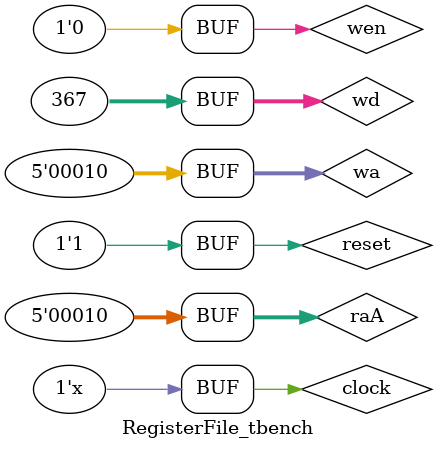
<source format=v>
`timescale 1ns/1ns

module RegisterFile_tbench();

    reg [4 : 0] raA;
    reg [4 : 0] raB;
    reg [4 : 0] wa;
    reg [31 : 0] wd;
    wire  [31 : 0] rdA;
    wire  [31 : 0] rdB;
    reg wen;
    
    reg reset, clock;
    

    RegisterFile RegisterFile_t (clock, reset, raA, raB, wa, wen, wd, rdA, rdB);

    always begin
      #5
      clock = ~clock;
    end
  
    initial begin
        clock = 1'b0;
        reset = 1'b1;
        
        #2
        reset = 1'b0;
        
        #2
        reset = 1'b1; //normal state
        
        #6
        wen = 1'b1;
        wd = 32'b101101111;
        wa = 5'b10;
        
        
        #5
        wen = 1'b0;
        raA = wa;
        
        
    end
endmodule



</source>
